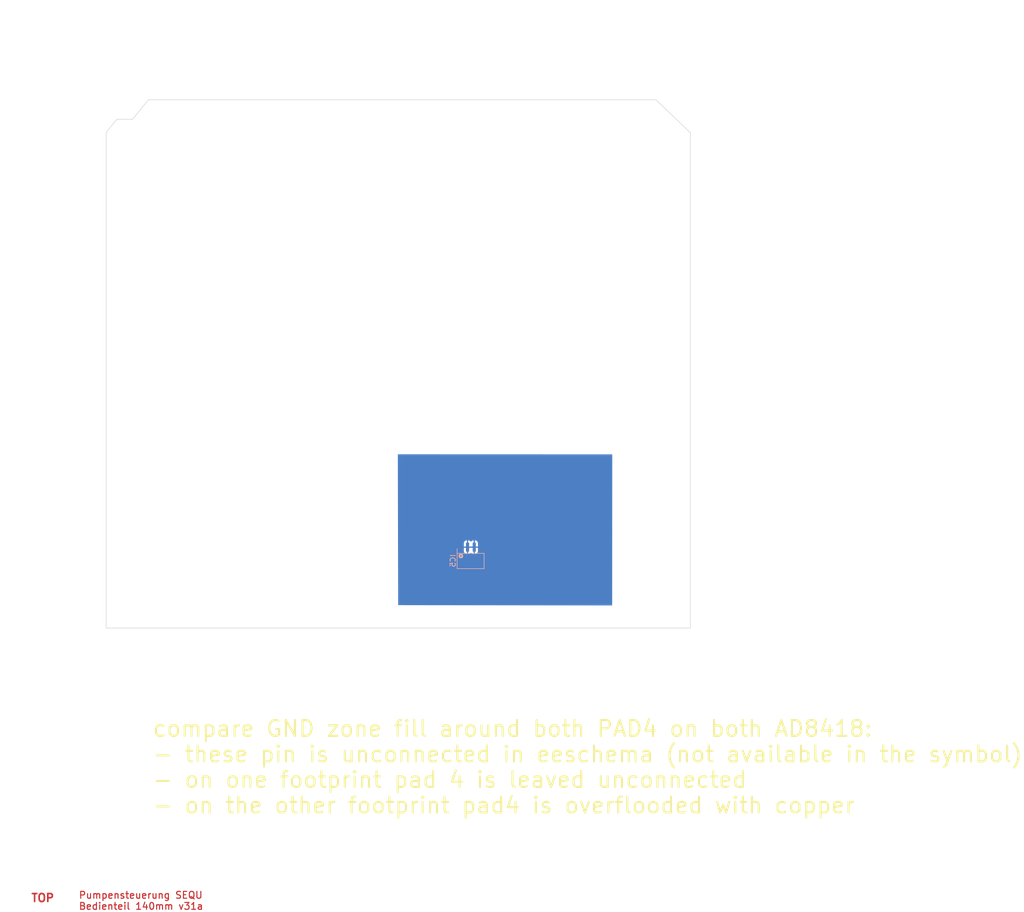
<source format=kicad_pcb>
(kicad_pcb (version 20240225) (generator "pcbnew") (generator_version "8.99")
  (layers (0 "F.Cu" signal) (31 "B.Cu" signal) (34 "B.Paste" user) (35 "F.Paste" user) (36 "B.SilkS" user "B.Silkscreen") (37 "F.SilkS" user "F.Silkscreen") (38 "B.Mask" user) (39 "F.Mask" user) (44 "Edge.Cuts" user))
  (net 0 "")
  (net 1 "GND")
  (footprint "0IBF_IC_spezial:SO-8_3.9x4.9mm_P1.27mm_IBF" (layer "B.Cu") (at 69 -14 -90)
    (property "Reference" "IC5" (at 0 3.4 -90) (layer "B.SilkS") (effects (justify mirror)))
    (property "Value" "AD8418AWBRZ")
    (fp_line (start -1.4 2.6) (end -2.3 2.6) (stroke (width 0.12)) (layer "B.SilkS"))
    (fp_line (start -1.4 2.6) (end 1.5 2.6) (stroke (width 0.12)) (layer "B.SilkS"))
    (fp_line (start -1.4 2.6) (end -1.4 -2.5) (stroke (width 0.12)) (layer "B.SilkS"))
    (fp_line (start 1.5 2.6) (end 1.5 -2.5) (stroke (width 0.12)) (layer "B.SilkS"))
    (fp_line (start -1.4 -2.5) (end 1.5 -2.5) (stroke (width 0.12)) (layer "B.SilkS"))
    (fp_circle (center -0.9 1.9) (end -0.758579 1.9) (stroke (width 0.3)) (fill none) (layer "B.SilkS"))
    (pad "2" smd roundrect (at -2.575 0.635 270) (size 1.75 0.6) (layers "B.Cu" "B.Paste" "B.Mask") (net 1 "GND"))
    (pad "3" smd roundrect (at -2.575 -0.635 270) (size 1.75 0.6) (layers "B.Cu" "B.Paste" "B.Mask") (net 1 "GND"))
  )
  (gr_line (start 110.5 -95) (end 104 -101.2) (stroke (width 0.1)) (layer "Edge.Cuts"))
  (gr_line (start 110.5 -1.27) (end 110.5 -95) (stroke (width 0.1)) (layer "Edge.Cuts"))
  (gr_line (start 5 -97.5) (end 8 -101.2) (stroke (width 0.1)) (layer "Edge.Cuts"))
  (gr_line (start 0 -1.27) (end 71.12 -1.27) (stroke (width 0.1)) (layer "Edge.Cuts"))
  (gr_line (start 0 -95) (end 2 -97.5) (stroke (width 0.1)) (layer "Edge.Cuts"))
  (gr_line (start 5 -97.5) (end 2 -97.5) (stroke (width 0.1)) (layer "Edge.Cuts"))
  (gr_line (start 71.12 -1.27) (end 110.5 -1.27) (stroke (width 0.1)) (layer "Edge.Cuts"))
  (gr_line (start 0 -95) (end 0 -1.27) (stroke (width 0.1)) (layer "Edge.Cuts"))
  (gr_line (start 104 -101.2) (end 8 -101.2) (stroke (width 0.1)) (layer "Edge.Cuts"))
  (gr_text "TOP" (at -14.3 50.65 0) (layer "F.Cu") (effects (font (size 1.5 1.5) (thickness 0.3) (bold yes)) (justify left bottom)))
  (gr_text "Pumpensteuerung SEQU\nBedienteil 140mm v31a" (at -5.25 52.1 0) (layer "F.Cu") (effects (font (size 1.3 1.3) (thickness 0.2)) (justify left bottom)))
  (gr_text "compare GND zone fill around both PAD4 on both AD8418:\n- these pin is unconnected in eeschema (not available in the symbol)\n- on one footprint pad 4 is leaved unconnected\n- on the other footprint pad4 is overflooded with copper" (at 8.6 34 0) (layer "F.SilkS") (effects (font (size 3 3) (thickness 0.4)) (justify left bottom)))
  (zone (net 1) (net_name "GND") (layer "B.Cu") (name "gnd") (priority 2) (connect_pads (clearance 0.4)) (min_thickness 0.2) (fill yes (thermal_gap 0.4) (thermal_bridge_width 0.23))
    (polygon (pts (xy 55.242749 -5.605916) (xy 95.722142 -5.547992) (xy 95.74 -34.12555) (xy 55.180826 -34.138786)))
  )
)
</source>
